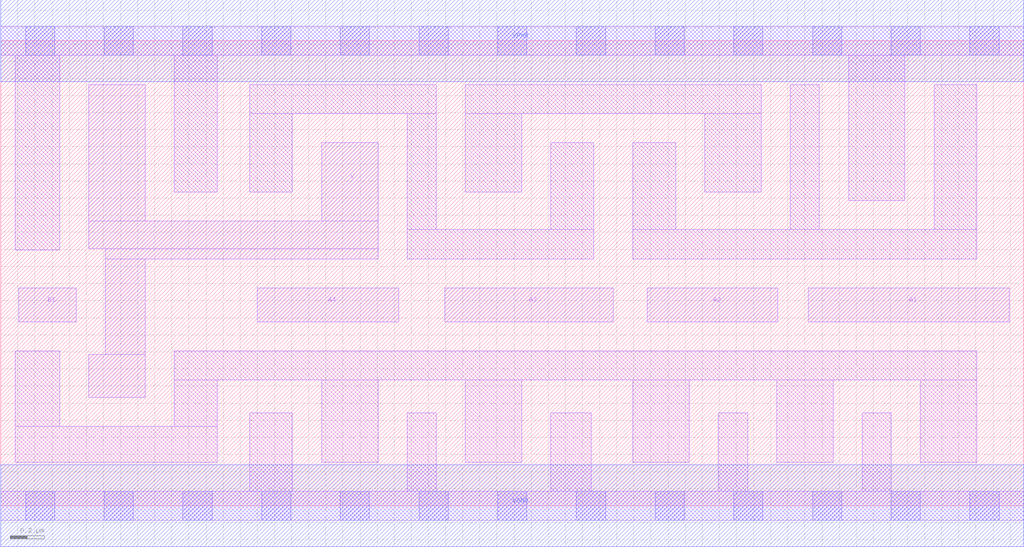
<source format=lef>
# Copyright 2020 The SkyWater PDK Authors
#
# Licensed under the Apache License, Version 2.0 (the "License");
# you may not use this file except in compliance with the License.
# You may obtain a copy of the License at
#
#     https://www.apache.org/licenses/LICENSE-2.0
#
# Unless required by applicable law or agreed to in writing, software
# distributed under the License is distributed on an "AS IS" BASIS,
# WITHOUT WARRANTIES OR CONDITIONS OF ANY KIND, either express or implied.
# See the License for the specific language governing permissions and
# limitations under the License.
#
# SPDX-License-Identifier: Apache-2.0

VERSION 5.7 ;
  NAMESCASESENSITIVE ON ;
  NOWIREEXTENSIONATPIN ON ;
  DIVIDERCHAR "/" ;
  BUSBITCHARS "[]" ;
UNITS
  DATABASE MICRONS 200 ;
END UNITS
MACRO sky130_fd_sc_hd__o41ai_2
  CLASS CORE ;
  FOREIGN sky130_fd_sc_hd__o41ai_2 ;
  ORIGIN  0.000000  0.000000 ;
  SIZE  5.980000 BY  2.720000 ;
  SYMMETRY X Y R90 ;
  SITE unithd ;
  PIN A1
    ANTENNAGATEAREA  0.495000 ;
    DIRECTION INPUT ;
    USE SIGNAL ;
    PORT
      LAYER li1 ;
        RECT 4.720000 1.075000 5.895000 1.275000 ;
    END
  END A1
  PIN A2
    ANTENNAGATEAREA  0.495000 ;
    DIRECTION INPUT ;
    USE SIGNAL ;
    PORT
      LAYER li1 ;
        RECT 3.780000 1.075000 4.540000 1.275000 ;
    END
  END A2
  PIN A3
    ANTENNAGATEAREA  0.495000 ;
    DIRECTION INPUT ;
    USE SIGNAL ;
    PORT
      LAYER li1 ;
        RECT 2.595000 1.075000 3.580000 1.275000 ;
    END
  END A3
  PIN A4
    ANTENNAGATEAREA  0.495000 ;
    DIRECTION INPUT ;
    USE SIGNAL ;
    PORT
      LAYER li1 ;
        RECT 1.500000 1.075000 2.325000 1.275000 ;
    END
  END A4
  PIN B1
    ANTENNAGATEAREA  0.495000 ;
    DIRECTION INPUT ;
    USE SIGNAL ;
    PORT
      LAYER li1 ;
        RECT 0.105000 1.075000 0.440000 1.275000 ;
    END
  END B1
  PIN Y
    ANTENNADIFFAREA  0.715500 ;
    DIRECTION OUTPUT ;
    USE SIGNAL ;
    PORT
      LAYER li1 ;
        RECT 0.515000 0.635000 0.845000 0.885000 ;
        RECT 0.515000 1.505000 2.205000 1.665000 ;
        RECT 0.515000 1.665000 0.845000 2.465000 ;
        RECT 0.610000 0.885000 0.845000 1.445000 ;
        RECT 0.610000 1.445000 2.205000 1.505000 ;
        RECT 1.875000 1.665000 2.205000 2.125000 ;
    END
  END Y
  PIN VGND
    DIRECTION INOUT ;
    SHAPE ABUTMENT ;
    USE GROUND ;
    PORT
      LAYER met1 ;
        RECT 0.000000 -0.240000 5.980000 0.240000 ;
    END
  END VGND
  PIN VPWR
    DIRECTION INOUT ;
    SHAPE ABUTMENT ;
    USE POWER ;
    PORT
      LAYER met1 ;
        RECT 0.000000 2.480000 5.980000 2.960000 ;
    END
  END VPWR
  OBS
    LAYER li1 ;
      RECT 0.000000 -0.085000 5.980000 0.085000 ;
      RECT 0.000000  2.635000 5.980000 2.805000 ;
      RECT 0.085000  0.255000 1.265000 0.465000 ;
      RECT 0.085000  0.465000 0.345000 0.905000 ;
      RECT 0.085000  1.495000 0.345000 2.635000 ;
      RECT 1.015000  0.465000 1.265000 0.735000 ;
      RECT 1.015000  0.735000 5.705000 0.905000 ;
      RECT 1.015000  1.835000 1.265000 2.635000 ;
      RECT 1.455000  0.085000 1.705000 0.545000 ;
      RECT 1.455000  1.835000 1.705000 2.295000 ;
      RECT 1.455000  2.295000 2.545000 2.465000 ;
      RECT 1.875000  0.255000 2.205000 0.735000 ;
      RECT 2.375000  0.085000 2.545000 0.545000 ;
      RECT 2.375000  1.445000 3.465000 1.615000 ;
      RECT 2.375000  1.615000 2.545000 2.295000 ;
      RECT 2.715000  0.255000 3.045000 0.735000 ;
      RECT 2.715000  1.835000 3.045000 2.295000 ;
      RECT 2.715000  2.295000 4.445000 2.465000 ;
      RECT 3.215000  0.085000 3.450000 0.545000 ;
      RECT 3.215000  1.615000 3.465000 2.125000 ;
      RECT 3.695000  0.255000 4.025000 0.735000 ;
      RECT 3.695000  1.445000 5.705000 1.615000 ;
      RECT 3.695000  1.615000 3.945000 2.125000 ;
      RECT 4.115000  1.835000 4.445000 2.295000 ;
      RECT 4.195000  0.085000 4.365000 0.545000 ;
      RECT 4.535000  0.255000 4.865000 0.735000 ;
      RECT 4.615000  1.615000 4.785000 2.465000 ;
      RECT 4.955000  1.785000 5.285000 2.635000 ;
      RECT 5.035000  0.085000 5.205000 0.545000 ;
      RECT 5.375000  0.255000 5.705000 0.735000 ;
      RECT 5.455000  1.615000 5.705000 2.465000 ;
    LAYER mcon ;
      RECT 0.145000 -0.085000 0.315000 0.085000 ;
      RECT 0.145000  2.635000 0.315000 2.805000 ;
      RECT 0.605000 -0.085000 0.775000 0.085000 ;
      RECT 0.605000  2.635000 0.775000 2.805000 ;
      RECT 1.065000 -0.085000 1.235000 0.085000 ;
      RECT 1.065000  2.635000 1.235000 2.805000 ;
      RECT 1.525000 -0.085000 1.695000 0.085000 ;
      RECT 1.525000  2.635000 1.695000 2.805000 ;
      RECT 1.985000 -0.085000 2.155000 0.085000 ;
      RECT 1.985000  2.635000 2.155000 2.805000 ;
      RECT 2.445000 -0.085000 2.615000 0.085000 ;
      RECT 2.445000  2.635000 2.615000 2.805000 ;
      RECT 2.905000 -0.085000 3.075000 0.085000 ;
      RECT 2.905000  2.635000 3.075000 2.805000 ;
      RECT 3.365000 -0.085000 3.535000 0.085000 ;
      RECT 3.365000  2.635000 3.535000 2.805000 ;
      RECT 3.825000 -0.085000 3.995000 0.085000 ;
      RECT 3.825000  2.635000 3.995000 2.805000 ;
      RECT 4.285000 -0.085000 4.455000 0.085000 ;
      RECT 4.285000  2.635000 4.455000 2.805000 ;
      RECT 4.745000 -0.085000 4.915000 0.085000 ;
      RECT 4.745000  2.635000 4.915000 2.805000 ;
      RECT 5.205000 -0.085000 5.375000 0.085000 ;
      RECT 5.205000  2.635000 5.375000 2.805000 ;
      RECT 5.665000 -0.085000 5.835000 0.085000 ;
      RECT 5.665000  2.635000 5.835000 2.805000 ;
  END
END sky130_fd_sc_hd__o41ai_2
END LIBRARY

</source>
